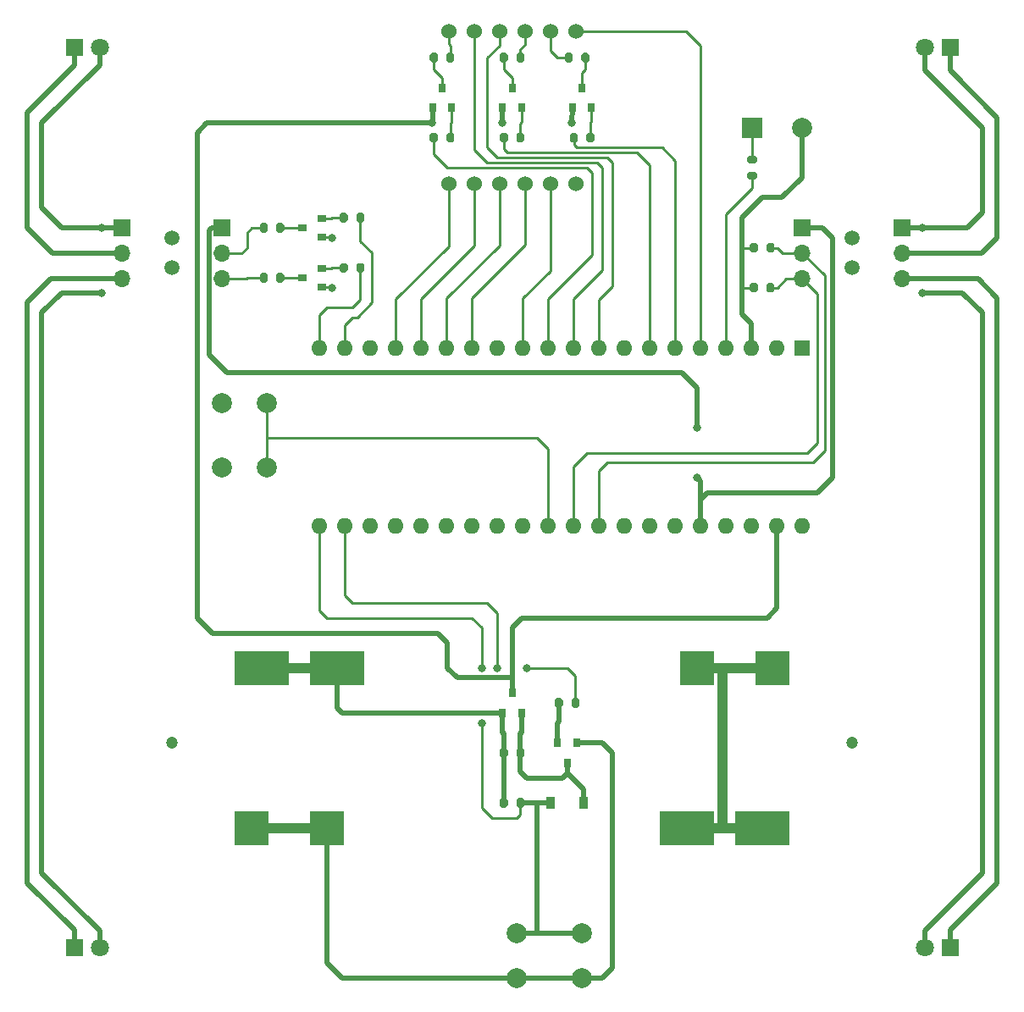
<source format=gbl>
%TF.GenerationSoftware,KiCad,Pcbnew,(5.1.10)-1*%
%TF.CreationDate,2022-10-01T11:38:57+09:00*%
%TF.ProjectId,speedometer,73706565-646f-46d6-9574-65722e6b6963,rev?*%
%TF.SameCoordinates,Original*%
%TF.FileFunction,Copper,L2,Bot*%
%TF.FilePolarity,Positive*%
%FSLAX46Y46*%
G04 Gerber Fmt 4.6, Leading zero omitted, Abs format (unit mm)*
G04 Created by KiCad (PCBNEW (5.1.10)-1) date 2022-10-01 11:38:57*
%MOMM*%
%LPD*%
G01*
G04 APERTURE LIST*
%TA.AperFunction,ComponentPad*%
%ADD10C,1.524000*%
%TD*%
%TA.AperFunction,SMDPad,CuDef*%
%ADD11R,0.800000X0.900000*%
%TD*%
%TA.AperFunction,SMDPad,CuDef*%
%ADD12R,0.900000X1.200000*%
%TD*%
%TA.AperFunction,ComponentPad*%
%ADD13R,3.500000X3.500000*%
%TD*%
%TA.AperFunction,ComponentPad*%
%ADD14R,5.500000X3.500000*%
%TD*%
%TA.AperFunction,ComponentPad*%
%ADD15R,2.000000X2.000000*%
%TD*%
%TA.AperFunction,ComponentPad*%
%ADD16C,2.000000*%
%TD*%
%TA.AperFunction,ComponentPad*%
%ADD17C,1.800000*%
%TD*%
%TA.AperFunction,ComponentPad*%
%ADD18R,1.800000X1.800000*%
%TD*%
%TA.AperFunction,ComponentPad*%
%ADD19R,1.700000X1.700000*%
%TD*%
%TA.AperFunction,ComponentPad*%
%ADD20O,1.700000X1.700000*%
%TD*%
%TA.AperFunction,SMDPad,CuDef*%
%ADD21R,0.900000X0.800000*%
%TD*%
%TA.AperFunction,ComponentPad*%
%ADD22O,1.600000X1.600000*%
%TD*%
%TA.AperFunction,ComponentPad*%
%ADD23R,1.600000X1.600000*%
%TD*%
%TA.AperFunction,ViaPad*%
%ADD24C,1.500000*%
%TD*%
%TA.AperFunction,ViaPad*%
%ADD25C,1.200000*%
%TD*%
%TA.AperFunction,ViaPad*%
%ADD26C,0.800000*%
%TD*%
%TA.AperFunction,Conductor*%
%ADD27C,1.000000*%
%TD*%
%TA.AperFunction,Conductor*%
%ADD28C,0.500000*%
%TD*%
%TA.AperFunction,Conductor*%
%ADD29C,0.250000*%
%TD*%
G04 APERTURE END LIST*
D10*
%TO.P,U2,1*%
%TO.N,/DISP_e*%
X43650000Y-18620000D03*
%TO.P,U2,2*%
%TO.N,/DISP_d*%
X46190000Y-18620000D03*
%TO.P,U2,3*%
%TO.N,/DISP_dp*%
X48730000Y-18620000D03*
%TO.P,U2,4*%
%TO.N,/DISP_c*%
X51270000Y-18620000D03*
%TO.P,U2,5*%
%TO.N,/DISP_g*%
X53810000Y-18620000D03*
%TO.P,U2,6*%
%TO.N,N/C*%
X56350000Y-18620000D03*
%TO.P,U2,7*%
%TO.N,/DISP_b*%
X56350000Y-3380000D03*
%TO.P,U2,8*%
%TO.N,Net-(R16-Pad2)*%
X53810000Y-3380000D03*
%TO.P,U2,9*%
%TO.N,Net-(R15-Pad2)*%
X51270000Y-3380000D03*
%TO.P,U2,10*%
%TO.N,/DISP_f*%
X48730000Y-3380000D03*
%TO.P,U2,11*%
%TO.N,/DISP_a*%
X46190000Y-3380000D03*
%TO.P,U2,12*%
%TO.N,Net-(R14-Pad2)*%
X43650000Y-3380000D03*
%TD*%
%TO.P,R13,2*%
%TO.N,GND*%
%TA.AperFunction,SMDPad,CuDef*%
G36*
G01*
X74575000Y-24725000D02*
X74575000Y-25275000D01*
G75*
G02*
X74375000Y-25475000I-200000J0D01*
G01*
X73975000Y-25475000D01*
G75*
G02*
X73775000Y-25275000I0J200000D01*
G01*
X73775000Y-24725000D01*
G75*
G02*
X73975000Y-24525000I200000J0D01*
G01*
X74375000Y-24525000D01*
G75*
G02*
X74575000Y-24725000I0J-200000D01*
G01*
G37*
%TD.AperFunction*%
%TO.P,R13,1*%
%TO.N,/PT0*%
%TA.AperFunction,SMDPad,CuDef*%
G36*
G01*
X76225000Y-24725000D02*
X76225000Y-25275000D01*
G75*
G02*
X76025000Y-25475000I-200000J0D01*
G01*
X75625000Y-25475000D01*
G75*
G02*
X75425000Y-25275000I0J200000D01*
G01*
X75425000Y-24725000D01*
G75*
G02*
X75625000Y-24525000I200000J0D01*
G01*
X76025000Y-24525000D01*
G75*
G02*
X76225000Y-24725000I0J-200000D01*
G01*
G37*
%TD.AperFunction*%
%TD*%
D11*
%TO.P,Q1,3*%
%TO.N,+BATT*%
X50000000Y-69500000D03*
%TO.P,Q1,2*%
%TO.N,Net-(BT1-Pad1)*%
X49050000Y-71500000D03*
%TO.P,Q1,1*%
%TO.N,Net-(D1-Pad2)*%
X50950000Y-71500000D03*
%TD*%
%TO.P,R2,1*%
%TO.N,Net-(BT1-Pad1)*%
%TA.AperFunction,SMDPad,CuDef*%
G36*
G01*
X48775000Y-75775000D02*
X48775000Y-75225000D01*
G75*
G02*
X48975000Y-75025000I200000J0D01*
G01*
X49375000Y-75025000D01*
G75*
G02*
X49575000Y-75225000I0J-200000D01*
G01*
X49575000Y-75775000D01*
G75*
G02*
X49375000Y-75975000I-200000J0D01*
G01*
X48975000Y-75975000D01*
G75*
G02*
X48775000Y-75775000I0J200000D01*
G01*
G37*
%TD.AperFunction*%
%TO.P,R2,2*%
%TO.N,Net-(D1-Pad2)*%
%TA.AperFunction,SMDPad,CuDef*%
G36*
G01*
X50425000Y-75775000D02*
X50425000Y-75225000D01*
G75*
G02*
X50625000Y-75025000I200000J0D01*
G01*
X51025000Y-75025000D01*
G75*
G02*
X51225000Y-75225000I0J-200000D01*
G01*
X51225000Y-75775000D01*
G75*
G02*
X51025000Y-75975000I-200000J0D01*
G01*
X50625000Y-75975000D01*
G75*
G02*
X50425000Y-75775000I0J200000D01*
G01*
G37*
%TD.AperFunction*%
%TD*%
%TO.P,R4,2*%
%TO.N,Net-(Q2-Pad1)*%
%TA.AperFunction,SMDPad,CuDef*%
G36*
G01*
X55075000Y-70225000D02*
X55075000Y-70775000D01*
G75*
G02*
X54875000Y-70975000I-200000J0D01*
G01*
X54475000Y-70975000D01*
G75*
G02*
X54275000Y-70775000I0J200000D01*
G01*
X54275000Y-70225000D01*
G75*
G02*
X54475000Y-70025000I200000J0D01*
G01*
X54875000Y-70025000D01*
G75*
G02*
X55075000Y-70225000I0J-200000D01*
G01*
G37*
%TD.AperFunction*%
%TO.P,R4,1*%
%TO.N,PON_SIG*%
%TA.AperFunction,SMDPad,CuDef*%
G36*
G01*
X56725000Y-70225000D02*
X56725000Y-70775000D01*
G75*
G02*
X56525000Y-70975000I-200000J0D01*
G01*
X56125000Y-70975000D01*
G75*
G02*
X55925000Y-70775000I0J200000D01*
G01*
X55925000Y-70225000D01*
G75*
G02*
X56125000Y-70025000I200000J0D01*
G01*
X56525000Y-70025000D01*
G75*
G02*
X56725000Y-70225000I0J-200000D01*
G01*
G37*
%TD.AperFunction*%
%TD*%
%TO.P,Q2,1*%
%TO.N,Net-(Q2-Pad1)*%
X54550000Y-74500000D03*
%TO.P,Q2,2*%
%TO.N,GND*%
X56450000Y-74500000D03*
%TO.P,Q2,3*%
%TO.N,Net-(D1-Pad2)*%
X55500000Y-76500000D03*
%TD*%
%TO.P,R1,1*%
%TO.N,Net-(BT1-Pad1)*%
%TA.AperFunction,SMDPad,CuDef*%
G36*
G01*
X48775000Y-80775000D02*
X48775000Y-80225000D01*
G75*
G02*
X48975000Y-80025000I200000J0D01*
G01*
X49375000Y-80025000D01*
G75*
G02*
X49575000Y-80225000I0J-200000D01*
G01*
X49575000Y-80775000D01*
G75*
G02*
X49375000Y-80975000I-200000J0D01*
G01*
X48975000Y-80975000D01*
G75*
G02*
X48775000Y-80775000I0J200000D01*
G01*
G37*
%TD.AperFunction*%
%TO.P,R1,2*%
%TO.N,PON_SW*%
%TA.AperFunction,SMDPad,CuDef*%
G36*
G01*
X50425000Y-80775000D02*
X50425000Y-80225000D01*
G75*
G02*
X50625000Y-80025000I200000J0D01*
G01*
X51025000Y-80025000D01*
G75*
G02*
X51225000Y-80225000I0J-200000D01*
G01*
X51225000Y-80775000D01*
G75*
G02*
X51025000Y-80975000I-200000J0D01*
G01*
X50625000Y-80975000D01*
G75*
G02*
X50425000Y-80775000I0J200000D01*
G01*
G37*
%TD.AperFunction*%
%TD*%
D12*
%TO.P,D1,1*%
%TO.N,PON_SW*%
X53850000Y-80500000D03*
%TO.P,D1,2*%
%TO.N,Net-(D1-Pad2)*%
X57150000Y-80500000D03*
%TD*%
D13*
%TO.P,BT1,2*%
%TO.N,Net-(BT1-Pad2)*%
X68500000Y-67000000D03*
D14*
%TO.P,BT1,1*%
%TO.N,Net-(BT1-Pad1)*%
X25000000Y-67000000D03*
D13*
%TO.P,BT1,2*%
%TO.N,Net-(BT1-Pad2)*%
X76000000Y-67000000D03*
D14*
%TO.P,BT1,1*%
%TO.N,Net-(BT1-Pad1)*%
X32500000Y-67000000D03*
%TD*%
%TO.P,BT2,1*%
%TO.N,Net-(BT1-Pad2)*%
X67500000Y-83000000D03*
D13*
%TO.P,BT2,2*%
%TO.N,GND*%
X24000000Y-83000000D03*
D14*
%TO.P,BT2,1*%
%TO.N,Net-(BT1-Pad2)*%
X75000000Y-83000000D03*
D13*
%TO.P,BT2,2*%
%TO.N,GND*%
X31500000Y-83000000D03*
%TD*%
D15*
%TO.P,BZ1,1*%
%TO.N,Net-(BZ1-Pad1)*%
X74000000Y-13000000D03*
D16*
%TO.P,BZ1,2*%
%TO.N,GND*%
X79000000Y-13000000D03*
%TD*%
D17*
%TO.P,D2,2*%
%TO.N,+3V3*%
X8770000Y-5000000D03*
D18*
%TO.P,D2,1*%
%TO.N,Net-(D2-Pad1)*%
X6230000Y-5000000D03*
%TD*%
%TO.P,D3,1*%
%TO.N,Net-(D3-Pad1)*%
X6230000Y-95000000D03*
D17*
%TO.P,D3,2*%
%TO.N,+3V3*%
X8770000Y-95000000D03*
%TD*%
D19*
%TO.P,J1,1*%
%TO.N,+3V3*%
X21000000Y-23000000D03*
D20*
%TO.P,J1,2*%
%TO.N,Net-(D2-Pad1)*%
X21000000Y-25540000D03*
%TO.P,J1,3*%
%TO.N,Net-(D3-Pad1)*%
X21000000Y-28080000D03*
%TD*%
%TO.P,J2,3*%
%TO.N,Net-(D3-Pad1)*%
X11000000Y-28080000D03*
%TO.P,J2,2*%
%TO.N,Net-(D2-Pad1)*%
X11000000Y-25540000D03*
D19*
%TO.P,J2,1*%
%TO.N,+3V3*%
X11000000Y-23000000D03*
%TD*%
D20*
%TO.P,J3,3*%
%TO.N,/PT1*%
X79000000Y-28080000D03*
%TO.P,J3,2*%
%TO.N,/PT0*%
X79000000Y-25540000D03*
D19*
%TO.P,J3,1*%
%TO.N,+3V3*%
X79000000Y-23000000D03*
%TD*%
%TO.P,J4,1*%
%TO.N,+3V3*%
X89000000Y-23000000D03*
D20*
%TO.P,J4,2*%
%TO.N,/PT0*%
X89000000Y-25540000D03*
%TO.P,J4,3*%
%TO.N,/PT1*%
X89000000Y-28080000D03*
%TD*%
D21*
%TO.P,Q3,3*%
%TO.N,Net-(Q3-Pad3)*%
X29000000Y-23000000D03*
%TO.P,Q3,2*%
%TO.N,GND*%
X31000000Y-23950000D03*
%TO.P,Q3,1*%
%TO.N,Net-(Q3-Pad1)*%
X31000000Y-22050000D03*
%TD*%
%TO.P,Q4,1*%
%TO.N,Net-(Q4-Pad1)*%
X31000000Y-27050000D03*
%TO.P,Q4,2*%
%TO.N,GND*%
X31000000Y-28950000D03*
%TO.P,Q4,3*%
%TO.N,Net-(Q4-Pad3)*%
X29000000Y-28000000D03*
%TD*%
D17*
%TO.P,Q5,2*%
%TO.N,+3V3*%
X91230000Y-95000000D03*
D18*
%TO.P,Q5,1*%
%TO.N,/PT1*%
X93770000Y-95000000D03*
%TD*%
D11*
%TO.P,Q6,3*%
%TO.N,Net-(Q6-Pad3)*%
X43000000Y-9000000D03*
%TO.P,Q6,2*%
%TO.N,+BATT*%
X42050000Y-11000000D03*
%TO.P,Q6,1*%
%TO.N,Net-(Q6-Pad1)*%
X43950000Y-11000000D03*
%TD*%
%TO.P,Q7,1*%
%TO.N,Net-(Q7-Pad1)*%
X50950000Y-11000000D03*
%TO.P,Q7,2*%
%TO.N,+BATT*%
X49050000Y-11000000D03*
%TO.P,Q7,3*%
%TO.N,Net-(Q7-Pad3)*%
X50000000Y-9000000D03*
%TD*%
D18*
%TO.P,Q8,1*%
%TO.N,/PT0*%
X93770000Y-5000000D03*
D17*
%TO.P,Q8,2*%
%TO.N,+3V3*%
X91230000Y-5000000D03*
%TD*%
D11*
%TO.P,Q9,1*%
%TO.N,Net-(Q9-Pad1)*%
X57950000Y-11000000D03*
%TO.P,Q9,2*%
%TO.N,+BATT*%
X56050000Y-11000000D03*
%TO.P,Q9,3*%
%TO.N,Net-(Q9-Pad3)*%
X57000000Y-9000000D03*
%TD*%
%TO.P,R3,1*%
%TO.N,Net-(BZ1-Pad1)*%
%TA.AperFunction,SMDPad,CuDef*%
G36*
G01*
X73725000Y-15775000D02*
X74275000Y-15775000D01*
G75*
G02*
X74475000Y-15975000I0J-200000D01*
G01*
X74475000Y-16375000D01*
G75*
G02*
X74275000Y-16575000I-200000J0D01*
G01*
X73725000Y-16575000D01*
G75*
G02*
X73525000Y-16375000I0J200000D01*
G01*
X73525000Y-15975000D01*
G75*
G02*
X73725000Y-15775000I200000J0D01*
G01*
G37*
%TD.AperFunction*%
%TO.P,R3,2*%
%TO.N,Net-(R3-Pad2)*%
%TA.AperFunction,SMDPad,CuDef*%
G36*
G01*
X73725000Y-17425000D02*
X74275000Y-17425000D01*
G75*
G02*
X74475000Y-17625000I0J-200000D01*
G01*
X74475000Y-18025000D01*
G75*
G02*
X74275000Y-18225000I-200000J0D01*
G01*
X73725000Y-18225000D01*
G75*
G02*
X73525000Y-18025000I0J200000D01*
G01*
X73525000Y-17625000D01*
G75*
G02*
X73725000Y-17425000I200000J0D01*
G01*
G37*
%TD.AperFunction*%
%TD*%
%TO.P,R5,1*%
%TO.N,Net-(Q3-Pad1)*%
%TA.AperFunction,SMDPad,CuDef*%
G36*
G01*
X32775000Y-22275000D02*
X32775000Y-21725000D01*
G75*
G02*
X32975000Y-21525000I200000J0D01*
G01*
X33375000Y-21525000D01*
G75*
G02*
X33575000Y-21725000I0J-200000D01*
G01*
X33575000Y-22275000D01*
G75*
G02*
X33375000Y-22475000I-200000J0D01*
G01*
X32975000Y-22475000D01*
G75*
G02*
X32775000Y-22275000I0J200000D01*
G01*
G37*
%TD.AperFunction*%
%TO.P,R5,2*%
%TO.N,/LED0*%
%TA.AperFunction,SMDPad,CuDef*%
G36*
G01*
X34425000Y-22275000D02*
X34425000Y-21725000D01*
G75*
G02*
X34625000Y-21525000I200000J0D01*
G01*
X35025000Y-21525000D01*
G75*
G02*
X35225000Y-21725000I0J-200000D01*
G01*
X35225000Y-22275000D01*
G75*
G02*
X35025000Y-22475000I-200000J0D01*
G01*
X34625000Y-22475000D01*
G75*
G02*
X34425000Y-22275000I0J200000D01*
G01*
G37*
%TD.AperFunction*%
%TD*%
%TO.P,R6,2*%
%TO.N,/LED1*%
%TA.AperFunction,SMDPad,CuDef*%
G36*
G01*
X34425000Y-27275000D02*
X34425000Y-26725000D01*
G75*
G02*
X34625000Y-26525000I200000J0D01*
G01*
X35025000Y-26525000D01*
G75*
G02*
X35225000Y-26725000I0J-200000D01*
G01*
X35225000Y-27275000D01*
G75*
G02*
X35025000Y-27475000I-200000J0D01*
G01*
X34625000Y-27475000D01*
G75*
G02*
X34425000Y-27275000I0J200000D01*
G01*
G37*
%TD.AperFunction*%
%TO.P,R6,1*%
%TO.N,Net-(Q4-Pad1)*%
%TA.AperFunction,SMDPad,CuDef*%
G36*
G01*
X32775000Y-27275000D02*
X32775000Y-26725000D01*
G75*
G02*
X32975000Y-26525000I200000J0D01*
G01*
X33375000Y-26525000D01*
G75*
G02*
X33575000Y-26725000I0J-200000D01*
G01*
X33575000Y-27275000D01*
G75*
G02*
X33375000Y-27475000I-200000J0D01*
G01*
X32975000Y-27475000D01*
G75*
G02*
X32775000Y-27275000I0J200000D01*
G01*
G37*
%TD.AperFunction*%
%TD*%
%TO.P,R7,1*%
%TO.N,Net-(D2-Pad1)*%
%TA.AperFunction,SMDPad,CuDef*%
G36*
G01*
X24775000Y-23275000D02*
X24775000Y-22725000D01*
G75*
G02*
X24975000Y-22525000I200000J0D01*
G01*
X25375000Y-22525000D01*
G75*
G02*
X25575000Y-22725000I0J-200000D01*
G01*
X25575000Y-23275000D01*
G75*
G02*
X25375000Y-23475000I-200000J0D01*
G01*
X24975000Y-23475000D01*
G75*
G02*
X24775000Y-23275000I0J200000D01*
G01*
G37*
%TD.AperFunction*%
%TO.P,R7,2*%
%TO.N,Net-(Q3-Pad3)*%
%TA.AperFunction,SMDPad,CuDef*%
G36*
G01*
X26425000Y-23275000D02*
X26425000Y-22725000D01*
G75*
G02*
X26625000Y-22525000I200000J0D01*
G01*
X27025000Y-22525000D01*
G75*
G02*
X27225000Y-22725000I0J-200000D01*
G01*
X27225000Y-23275000D01*
G75*
G02*
X27025000Y-23475000I-200000J0D01*
G01*
X26625000Y-23475000D01*
G75*
G02*
X26425000Y-23275000I0J200000D01*
G01*
G37*
%TD.AperFunction*%
%TD*%
%TO.P,R8,2*%
%TO.N,Net-(Q4-Pad3)*%
%TA.AperFunction,SMDPad,CuDef*%
G36*
G01*
X26425000Y-28275000D02*
X26425000Y-27725000D01*
G75*
G02*
X26625000Y-27525000I200000J0D01*
G01*
X27025000Y-27525000D01*
G75*
G02*
X27225000Y-27725000I0J-200000D01*
G01*
X27225000Y-28275000D01*
G75*
G02*
X27025000Y-28475000I-200000J0D01*
G01*
X26625000Y-28475000D01*
G75*
G02*
X26425000Y-28275000I0J200000D01*
G01*
G37*
%TD.AperFunction*%
%TO.P,R8,1*%
%TO.N,Net-(D3-Pad1)*%
%TA.AperFunction,SMDPad,CuDef*%
G36*
G01*
X24775000Y-28275000D02*
X24775000Y-27725000D01*
G75*
G02*
X24975000Y-27525000I200000J0D01*
G01*
X25375000Y-27525000D01*
G75*
G02*
X25575000Y-27725000I0J-200000D01*
G01*
X25575000Y-28275000D01*
G75*
G02*
X25375000Y-28475000I-200000J0D01*
G01*
X24975000Y-28475000D01*
G75*
G02*
X24775000Y-28275000I0J200000D01*
G01*
G37*
%TD.AperFunction*%
%TD*%
%TO.P,R9,2*%
%TO.N,/DISP_ca1*%
%TA.AperFunction,SMDPad,CuDef*%
G36*
G01*
X56575000Y-13725000D02*
X56575000Y-14275000D01*
G75*
G02*
X56375000Y-14475000I-200000J0D01*
G01*
X55975000Y-14475000D01*
G75*
G02*
X55775000Y-14275000I0J200000D01*
G01*
X55775000Y-13725000D01*
G75*
G02*
X55975000Y-13525000I200000J0D01*
G01*
X56375000Y-13525000D01*
G75*
G02*
X56575000Y-13725000I0J-200000D01*
G01*
G37*
%TD.AperFunction*%
%TO.P,R9,1*%
%TO.N,Net-(Q9-Pad1)*%
%TA.AperFunction,SMDPad,CuDef*%
G36*
G01*
X58225000Y-13725000D02*
X58225000Y-14275000D01*
G75*
G02*
X58025000Y-14475000I-200000J0D01*
G01*
X57625000Y-14475000D01*
G75*
G02*
X57425000Y-14275000I0J200000D01*
G01*
X57425000Y-13725000D01*
G75*
G02*
X57625000Y-13525000I200000J0D01*
G01*
X58025000Y-13525000D01*
G75*
G02*
X58225000Y-13725000I0J-200000D01*
G01*
G37*
%TD.AperFunction*%
%TD*%
%TO.P,R10,1*%
%TO.N,Net-(Q7-Pad1)*%
%TA.AperFunction,SMDPad,CuDef*%
G36*
G01*
X51225000Y-13725000D02*
X51225000Y-14275000D01*
G75*
G02*
X51025000Y-14475000I-200000J0D01*
G01*
X50625000Y-14475000D01*
G75*
G02*
X50425000Y-14275000I0J200000D01*
G01*
X50425000Y-13725000D01*
G75*
G02*
X50625000Y-13525000I200000J0D01*
G01*
X51025000Y-13525000D01*
G75*
G02*
X51225000Y-13725000I0J-200000D01*
G01*
G37*
%TD.AperFunction*%
%TO.P,R10,2*%
%TO.N,/DISP_ca2*%
%TA.AperFunction,SMDPad,CuDef*%
G36*
G01*
X49575000Y-13725000D02*
X49575000Y-14275000D01*
G75*
G02*
X49375000Y-14475000I-200000J0D01*
G01*
X48975000Y-14475000D01*
G75*
G02*
X48775000Y-14275000I0J200000D01*
G01*
X48775000Y-13725000D01*
G75*
G02*
X48975000Y-13525000I200000J0D01*
G01*
X49375000Y-13525000D01*
G75*
G02*
X49575000Y-13725000I0J-200000D01*
G01*
G37*
%TD.AperFunction*%
%TD*%
%TO.P,R11,2*%
%TO.N,/DISP_ca3*%
%TA.AperFunction,SMDPad,CuDef*%
G36*
G01*
X42575000Y-13725000D02*
X42575000Y-14275000D01*
G75*
G02*
X42375000Y-14475000I-200000J0D01*
G01*
X41975000Y-14475000D01*
G75*
G02*
X41775000Y-14275000I0J200000D01*
G01*
X41775000Y-13725000D01*
G75*
G02*
X41975000Y-13525000I200000J0D01*
G01*
X42375000Y-13525000D01*
G75*
G02*
X42575000Y-13725000I0J-200000D01*
G01*
G37*
%TD.AperFunction*%
%TO.P,R11,1*%
%TO.N,Net-(Q6-Pad1)*%
%TA.AperFunction,SMDPad,CuDef*%
G36*
G01*
X44225000Y-13725000D02*
X44225000Y-14275000D01*
G75*
G02*
X44025000Y-14475000I-200000J0D01*
G01*
X43625000Y-14475000D01*
G75*
G02*
X43425000Y-14275000I0J200000D01*
G01*
X43425000Y-13725000D01*
G75*
G02*
X43625000Y-13525000I200000J0D01*
G01*
X44025000Y-13525000D01*
G75*
G02*
X44225000Y-13725000I0J-200000D01*
G01*
G37*
%TD.AperFunction*%
%TD*%
%TO.P,R12,1*%
%TO.N,/PT1*%
%TA.AperFunction,SMDPad,CuDef*%
G36*
G01*
X76225000Y-28725000D02*
X76225000Y-29275000D01*
G75*
G02*
X76025000Y-29475000I-200000J0D01*
G01*
X75625000Y-29475000D01*
G75*
G02*
X75425000Y-29275000I0J200000D01*
G01*
X75425000Y-28725000D01*
G75*
G02*
X75625000Y-28525000I200000J0D01*
G01*
X76025000Y-28525000D01*
G75*
G02*
X76225000Y-28725000I0J-200000D01*
G01*
G37*
%TD.AperFunction*%
%TO.P,R12,2*%
%TO.N,GND*%
%TA.AperFunction,SMDPad,CuDef*%
G36*
G01*
X74575000Y-28725000D02*
X74575000Y-29275000D01*
G75*
G02*
X74375000Y-29475000I-200000J0D01*
G01*
X73975000Y-29475000D01*
G75*
G02*
X73775000Y-29275000I0J200000D01*
G01*
X73775000Y-28725000D01*
G75*
G02*
X73975000Y-28525000I200000J0D01*
G01*
X74375000Y-28525000D01*
G75*
G02*
X74575000Y-28725000I0J-200000D01*
G01*
G37*
%TD.AperFunction*%
%TD*%
D16*
%TO.P,SW1,1*%
%TO.N,GND*%
X50500000Y-98000000D03*
%TO.P,SW1,2*%
%TO.N,PON_SW*%
X50500000Y-93500000D03*
%TO.P,SW1,1*%
%TO.N,GND*%
X57000000Y-98000000D03*
%TO.P,SW1,2*%
%TO.N,PON_SW*%
X57000000Y-93500000D03*
%TD*%
%TO.P,SW2,2*%
%TO.N,GND*%
X21000000Y-40500000D03*
%TO.P,SW2,1*%
%TO.N,Net-(SW2-Pad1)*%
X25500000Y-40500000D03*
%TO.P,SW2,2*%
%TO.N,GND*%
X21000000Y-47000000D03*
%TO.P,SW2,1*%
%TO.N,Net-(SW2-Pad1)*%
X25500000Y-47000000D03*
%TD*%
D22*
%TO.P,U1,40*%
%TO.N,Net-(U1-Pad40)*%
X79000000Y-52780000D03*
%TO.P,U1,20*%
%TO.N,/LED1*%
X30740000Y-35000000D03*
%TO.P,U1,39*%
%TO.N,+BATT*%
X76460000Y-52780000D03*
%TO.P,U1,19*%
%TO.N,/LED0*%
X33280000Y-35000000D03*
%TO.P,U1,38*%
%TO.N,GND*%
X73920000Y-52780000D03*
%TO.P,U1,18*%
X35820000Y-35000000D03*
%TO.P,U1,37*%
%TO.N,Net-(U1-Pad37)*%
X71380000Y-52780000D03*
%TO.P,U1,17*%
%TO.N,/DISP_e*%
X38360000Y-35000000D03*
%TO.P,U1,36*%
%TO.N,+3V3*%
X68840000Y-52780000D03*
%TO.P,U1,16*%
%TO.N,/DISP_d*%
X40900000Y-35000000D03*
%TO.P,U1,35*%
%TO.N,Net-(U1-Pad35)*%
X66300000Y-52780000D03*
%TO.P,U1,15*%
%TO.N,/DISP_dp*%
X43440000Y-35000000D03*
%TO.P,U1,34*%
%TO.N,Net-(U1-Pad34)*%
X63760000Y-52780000D03*
%TO.P,U1,14*%
%TO.N,/DISP_c*%
X45980000Y-35000000D03*
%TO.P,U1,33*%
%TO.N,GND*%
X61220000Y-52780000D03*
%TO.P,U1,13*%
X48520000Y-35000000D03*
%TO.P,U1,32*%
%TO.N,/PT0*%
X58680000Y-52780000D03*
%TO.P,U1,12*%
%TO.N,/DISP_g*%
X51060000Y-35000000D03*
%TO.P,U1,31*%
%TO.N,/PT1*%
X56140000Y-52780000D03*
%TO.P,U1,11*%
%TO.N,/DISP_ca3*%
X53600000Y-35000000D03*
%TO.P,U1,30*%
%TO.N,Net-(SW2-Pad1)*%
X53600000Y-52780000D03*
%TO.P,U1,10*%
%TO.N,/DISP_a*%
X56140000Y-35000000D03*
%TO.P,U1,29*%
%TO.N,Net-(U1-Pad29)*%
X51060000Y-52780000D03*
%TO.P,U1,9*%
%TO.N,/DISP_f*%
X58680000Y-35000000D03*
%TO.P,U1,28*%
%TO.N,GND*%
X48520000Y-52780000D03*
%TO.P,U1,8*%
X61220000Y-35000000D03*
%TO.P,U1,27*%
%TO.N,Net-(U1-Pad27)*%
X45980000Y-52780000D03*
%TO.P,U1,7*%
%TO.N,/DISP_ca2*%
X63760000Y-35000000D03*
%TO.P,U1,26*%
%TO.N,Net-(U1-Pad26)*%
X43440000Y-52780000D03*
%TO.P,U1,6*%
%TO.N,/DISP_ca1*%
X66300000Y-35000000D03*
%TO.P,U1,25*%
%TO.N,Net-(U1-Pad25)*%
X40900000Y-52780000D03*
%TO.P,U1,5*%
%TO.N,/DISP_b*%
X68840000Y-35000000D03*
%TO.P,U1,24*%
%TO.N,Net-(U1-Pad24)*%
X38360000Y-52780000D03*
%TO.P,U1,4*%
%TO.N,Net-(R3-Pad2)*%
X71380000Y-35000000D03*
%TO.P,U1,23*%
%TO.N,GND*%
X35820000Y-52780000D03*
%TO.P,U1,3*%
X73920000Y-35000000D03*
%TO.P,U1,22*%
%TO.N,PON_SIG*%
X33280000Y-52780000D03*
%TO.P,U1,2*%
%TO.N,Net-(U1-Pad2)*%
X76460000Y-35000000D03*
%TO.P,U1,21*%
%TO.N,PON_SW*%
X30740000Y-52780000D03*
D23*
%TO.P,U1,1*%
%TO.N,Net-(U1-Pad1)*%
X79000000Y-35000000D03*
%TD*%
%TO.P,R14,1*%
%TO.N,Net-(Q6-Pad3)*%
%TA.AperFunction,SMDPad,CuDef*%
G36*
G01*
X41775000Y-6275000D02*
X41775000Y-5725000D01*
G75*
G02*
X41975000Y-5525000I200000J0D01*
G01*
X42375000Y-5525000D01*
G75*
G02*
X42575000Y-5725000I0J-200000D01*
G01*
X42575000Y-6275000D01*
G75*
G02*
X42375000Y-6475000I-200000J0D01*
G01*
X41975000Y-6475000D01*
G75*
G02*
X41775000Y-6275000I0J200000D01*
G01*
G37*
%TD.AperFunction*%
%TO.P,R14,2*%
%TO.N,Net-(R14-Pad2)*%
%TA.AperFunction,SMDPad,CuDef*%
G36*
G01*
X43425000Y-6275000D02*
X43425000Y-5725000D01*
G75*
G02*
X43625000Y-5525000I200000J0D01*
G01*
X44025000Y-5525000D01*
G75*
G02*
X44225000Y-5725000I0J-200000D01*
G01*
X44225000Y-6275000D01*
G75*
G02*
X44025000Y-6475000I-200000J0D01*
G01*
X43625000Y-6475000D01*
G75*
G02*
X43425000Y-6275000I0J200000D01*
G01*
G37*
%TD.AperFunction*%
%TD*%
%TO.P,R15,2*%
%TO.N,Net-(R15-Pad2)*%
%TA.AperFunction,SMDPad,CuDef*%
G36*
G01*
X50425000Y-6275000D02*
X50425000Y-5725000D01*
G75*
G02*
X50625000Y-5525000I200000J0D01*
G01*
X51025000Y-5525000D01*
G75*
G02*
X51225000Y-5725000I0J-200000D01*
G01*
X51225000Y-6275000D01*
G75*
G02*
X51025000Y-6475000I-200000J0D01*
G01*
X50625000Y-6475000D01*
G75*
G02*
X50425000Y-6275000I0J200000D01*
G01*
G37*
%TD.AperFunction*%
%TO.P,R15,1*%
%TO.N,Net-(Q7-Pad3)*%
%TA.AperFunction,SMDPad,CuDef*%
G36*
G01*
X48775000Y-6275000D02*
X48775000Y-5725000D01*
G75*
G02*
X48975000Y-5525000I200000J0D01*
G01*
X49375000Y-5525000D01*
G75*
G02*
X49575000Y-5725000I0J-200000D01*
G01*
X49575000Y-6275000D01*
G75*
G02*
X49375000Y-6475000I-200000J0D01*
G01*
X48975000Y-6475000D01*
G75*
G02*
X48775000Y-6275000I0J200000D01*
G01*
G37*
%TD.AperFunction*%
%TD*%
%TO.P,R16,1*%
%TO.N,Net-(Q9-Pad3)*%
%TA.AperFunction,SMDPad,CuDef*%
G36*
G01*
X57725000Y-5725000D02*
X57725000Y-6275000D01*
G75*
G02*
X57525000Y-6475000I-200000J0D01*
G01*
X57125000Y-6475000D01*
G75*
G02*
X56925000Y-6275000I0J200000D01*
G01*
X56925000Y-5725000D01*
G75*
G02*
X57125000Y-5525000I200000J0D01*
G01*
X57525000Y-5525000D01*
G75*
G02*
X57725000Y-5725000I0J-200000D01*
G01*
G37*
%TD.AperFunction*%
%TO.P,R16,2*%
%TO.N,Net-(R16-Pad2)*%
%TA.AperFunction,SMDPad,CuDef*%
G36*
G01*
X56075000Y-5725000D02*
X56075000Y-6275000D01*
G75*
G02*
X55875000Y-6475000I-200000J0D01*
G01*
X55475000Y-6475000D01*
G75*
G02*
X55275000Y-6275000I0J200000D01*
G01*
X55275000Y-5725000D01*
G75*
G02*
X55475000Y-5525000I200000J0D01*
G01*
X55875000Y-5525000D01*
G75*
G02*
X56075000Y-5725000I0J-200000D01*
G01*
G37*
%TD.AperFunction*%
%TD*%
D24*
%TO.N,*%
X16000000Y-24000000D03*
X16000000Y-27000000D03*
D25*
X16000000Y-74500000D03*
D24*
X84000000Y-27000000D03*
X84000000Y-24000000D03*
D25*
X84000000Y-74500000D03*
D26*
%TO.N,GND*%
X32000000Y-24000000D03*
X32000000Y-29000000D03*
%TO.N,PON_SW*%
X47000000Y-72500000D03*
X47000000Y-67000000D03*
%TO.N,+3V3*%
X68500000Y-43000010D03*
X68500000Y-48000000D03*
X91000000Y-23000000D03*
X91000000Y-29500006D03*
X9000000Y-23000000D03*
X9000098Y-29499902D03*
%TO.N,+BATT*%
X56000000Y-12500000D03*
X49000000Y-12500000D03*
X42000000Y-12500000D03*
%TO.N,PON_SIG*%
X51500000Y-67000000D03*
X48500000Y-67000000D03*
%TD*%
D27*
%TO.N,Net-(BT1-Pad2)*%
X75500000Y-83000000D02*
X75000000Y-83000000D01*
X75500000Y-67000000D02*
X76500000Y-67000000D01*
X76000000Y-67000000D02*
X72000000Y-67000000D01*
X67500000Y-83000000D02*
X71000000Y-83000000D01*
X75000000Y-83000000D02*
X71000000Y-83000000D01*
X71000000Y-67000000D02*
X71000000Y-83000000D01*
X68500000Y-67000000D02*
X71000000Y-67000000D01*
X71000000Y-67000000D02*
X72000000Y-67000000D01*
D28*
%TO.N,Net-(BT1-Pad1)*%
X49175000Y-80500000D02*
X49175000Y-78175000D01*
X49175000Y-75500000D02*
X49175000Y-78175000D01*
X49050000Y-71500000D02*
X49050000Y-73450000D01*
X49175000Y-73575000D02*
X49050000Y-73450000D01*
X49175000Y-75500000D02*
X49175000Y-73575000D01*
D27*
X25000000Y-67000000D02*
X29000000Y-67000000D01*
X32500000Y-67000000D02*
X29000000Y-67000000D01*
D28*
X32500000Y-71000000D02*
X32500000Y-67000000D01*
X33000000Y-71500000D02*
X32500000Y-71000000D01*
X49050000Y-71500000D02*
X33000000Y-71500000D01*
D27*
%TO.N,GND*%
X24000000Y-83000000D02*
X28000000Y-83000000D01*
D28*
X57000000Y-98000000D02*
X54000000Y-98000000D01*
X50500000Y-98000000D02*
X54000000Y-98000000D01*
X59000000Y-98000000D02*
X57000000Y-98000000D01*
X60000000Y-97000000D02*
X59000000Y-98000000D01*
X60000000Y-75500000D02*
X60000000Y-97000000D01*
X59000000Y-74500000D02*
X60000000Y-75500000D01*
X56450000Y-74500000D02*
X59000000Y-74500000D01*
D29*
X31950000Y-23950000D02*
X32000000Y-24000000D01*
X31000000Y-23950000D02*
X31950000Y-23950000D01*
X31950000Y-28950000D02*
X32000000Y-29000000D01*
X31000000Y-28950000D02*
X31950000Y-28950000D01*
D28*
X73920000Y-32580000D02*
X73920000Y-35000000D01*
X73000000Y-31660000D02*
X73920000Y-32580000D01*
D29*
X74175000Y-25000000D02*
X73000000Y-25000000D01*
X74175000Y-29000000D02*
X73000000Y-29000000D01*
D28*
X73000000Y-29000000D02*
X73000000Y-31660000D01*
X73000000Y-25000000D02*
X73000000Y-29000000D01*
X73000000Y-22000000D02*
X73000000Y-25000000D01*
X75000000Y-20000000D02*
X73000000Y-22000000D01*
X77000000Y-20000000D02*
X75000000Y-20000000D01*
X79000000Y-18000000D02*
X77000000Y-20000000D01*
X79000000Y-13000000D02*
X79000000Y-18000000D01*
D27*
X31500000Y-83000000D02*
X28000000Y-83000000D01*
D28*
X33000000Y-98000000D02*
X50500000Y-98000000D01*
X31500000Y-96500000D02*
X33000000Y-98000000D01*
X31500000Y-83000000D02*
X31500000Y-96500000D01*
D29*
%TO.N,Net-(BZ1-Pad1)*%
X74000000Y-13000000D02*
X74000000Y-15000000D01*
X74000000Y-16175000D02*
X74000000Y-15000000D01*
D28*
%TO.N,PON_SW*%
X50825000Y-80500000D02*
X52500000Y-80500000D01*
X53850000Y-80500000D02*
X52500000Y-80500000D01*
X50500000Y-93500000D02*
X53500000Y-93500000D01*
X57000000Y-93500000D02*
X53500000Y-93500000D01*
X52500000Y-93500000D02*
X52500000Y-80500000D01*
X53500000Y-93500000D02*
X52500000Y-93500000D01*
D29*
X50825000Y-80500000D02*
X50825000Y-81675000D01*
X50825000Y-81675000D02*
X50500000Y-82000000D01*
X50500000Y-82000000D02*
X48000000Y-82000000D01*
X47000000Y-81000000D02*
X47000000Y-72500000D01*
X48000000Y-82000000D02*
X47000000Y-81000000D01*
X46000000Y-62000000D02*
X47000000Y-63000000D01*
X47000000Y-63000000D02*
X47000000Y-67000000D01*
X31500000Y-62000000D02*
X46000000Y-62000000D01*
X30740000Y-61240000D02*
X31500000Y-62000000D01*
X30740000Y-52780000D02*
X30740000Y-61240000D01*
D28*
%TO.N,Net-(D1-Pad2)*%
X55500000Y-76500000D02*
X55500000Y-77500000D01*
X57150000Y-79150000D02*
X55500000Y-77500000D01*
X57150000Y-80500000D02*
X57150000Y-79150000D01*
X50825000Y-75500000D02*
X50825000Y-77325000D01*
X50825000Y-77325000D02*
X51500000Y-78000000D01*
X55000000Y-78000000D02*
X55500000Y-77500000D01*
X51500000Y-78000000D02*
X55000000Y-78000000D01*
X50950000Y-71500000D02*
X50950000Y-73450000D01*
X50825000Y-73575000D02*
X50950000Y-73450000D01*
X50825000Y-75500000D02*
X50825000Y-73575000D01*
%TO.N,+3V3*%
X81000000Y-23000000D02*
X79000000Y-23000000D01*
X82000000Y-48000000D02*
X82000000Y-24000000D01*
X80500000Y-49500000D02*
X82000000Y-48000000D01*
X69500000Y-49500000D02*
X80500000Y-49500000D01*
X82000000Y-24000000D02*
X81000000Y-23000000D01*
X68840000Y-50160000D02*
X69500000Y-49500000D01*
X68840000Y-52780000D02*
X68840000Y-50160000D01*
X68840000Y-50160000D02*
X68840000Y-48340000D01*
X68840000Y-48340000D02*
X68500000Y-48000000D01*
X68500000Y-39000000D02*
X68500000Y-43000010D01*
X21500000Y-37500000D02*
X67000000Y-37500000D01*
X19699999Y-35699999D02*
X21500000Y-37500000D01*
X67000000Y-37500000D02*
X68500000Y-39000000D01*
X19699999Y-23300001D02*
X19699999Y-35699999D01*
X20000000Y-23000000D02*
X19699999Y-23300001D01*
X21000000Y-23000000D02*
X20000000Y-23000000D01*
X89000000Y-23000000D02*
X90500000Y-23000000D01*
X90500000Y-23000000D02*
X91000000Y-23000000D01*
X11000000Y-23000000D02*
X9000000Y-23000000D01*
X5000000Y-23000000D02*
X9000000Y-23000000D01*
X3000000Y-21000000D02*
X5000000Y-23000000D01*
X3000000Y-12500000D02*
X3000000Y-21000000D01*
X8770000Y-6730000D02*
X3000000Y-12500000D01*
X8770000Y-5000000D02*
X8770000Y-6730000D01*
X3000000Y-31500000D02*
X5000098Y-29499902D01*
X3000000Y-87500000D02*
X3000000Y-31500000D01*
X8770000Y-93270000D02*
X3000000Y-87500000D01*
X5000098Y-29499902D02*
X9000098Y-29499902D01*
X8770000Y-95000000D02*
X8770000Y-93270000D01*
X95500000Y-23000000D02*
X91000000Y-23000000D01*
X97000000Y-21500000D02*
X95500000Y-23000000D01*
X97000000Y-13000000D02*
X97000000Y-21500000D01*
X91230000Y-7230000D02*
X97000000Y-13000000D01*
X91230000Y-5000000D02*
X91230000Y-7230000D01*
X97000000Y-31500000D02*
X95000006Y-29500006D01*
X95000006Y-29500006D02*
X91000000Y-29500006D01*
X97000000Y-87500000D02*
X97000000Y-31500000D01*
X91230000Y-93270000D02*
X97000000Y-87500000D01*
X91230000Y-95000000D02*
X91230000Y-93270000D01*
D29*
%TO.N,Net-(D2-Pad1)*%
X24000000Y-23000000D02*
X25175000Y-23000000D01*
X23500000Y-23500000D02*
X24000000Y-23000000D01*
X23500000Y-25000000D02*
X23500000Y-23500000D01*
X22960000Y-25540000D02*
X23500000Y-25000000D01*
X21000000Y-25540000D02*
X22960000Y-25540000D01*
D28*
X4040000Y-25540000D02*
X11000000Y-25540000D01*
X1500000Y-23000000D02*
X4040000Y-25540000D01*
X1500000Y-11500000D02*
X1500000Y-23000000D01*
X6230000Y-6770000D02*
X1500000Y-11500000D01*
X6230000Y-5000000D02*
X6230000Y-6770000D01*
D29*
%TO.N,Net-(D3-Pad1)*%
X21000000Y-28080000D02*
X23420000Y-28080000D01*
X23500000Y-28000000D02*
X23420000Y-28080000D01*
X25175000Y-28000000D02*
X23500000Y-28000000D01*
D28*
X3920000Y-28080000D02*
X11000000Y-28080000D01*
X1500000Y-30500000D02*
X3920000Y-28080000D01*
X6230000Y-93230000D02*
X1500000Y-88500000D01*
X1500000Y-88500000D02*
X1500000Y-30500000D01*
X6230000Y-95000000D02*
X6230000Y-93230000D01*
D29*
%TO.N,/PT1*%
X79000000Y-28080000D02*
X77420000Y-28080000D01*
X76500000Y-29000000D02*
X77420000Y-28080000D01*
X75825000Y-29000000D02*
X76500000Y-29000000D01*
X80500000Y-44500000D02*
X80500000Y-29580000D01*
X79500000Y-45500000D02*
X80500000Y-44500000D01*
X80500000Y-29580000D02*
X79000000Y-28080000D01*
X57500000Y-45500000D02*
X79500000Y-45500000D01*
X56140000Y-46860000D02*
X57500000Y-45500000D01*
X56140000Y-52780000D02*
X56140000Y-46860000D01*
D28*
X96580000Y-28080000D02*
X89000000Y-28080000D01*
X98500000Y-30000000D02*
X96580000Y-28080000D01*
X98500000Y-88500000D02*
X98500000Y-30000000D01*
X93770000Y-93230000D02*
X98500000Y-88500000D01*
X93770000Y-95000000D02*
X93770000Y-93230000D01*
D29*
%TO.N,/PT0*%
X75825000Y-25000000D02*
X76500000Y-25000000D01*
X77040000Y-25540000D02*
X76500000Y-25000000D01*
X79000000Y-25540000D02*
X77040000Y-25540000D01*
X81250000Y-27790000D02*
X79000000Y-25540000D01*
X59500000Y-46500000D02*
X80068205Y-46500000D01*
X81250000Y-45318205D02*
X81250000Y-27790000D01*
X80068205Y-46500000D02*
X81250000Y-45318205D01*
X58680000Y-47320000D02*
X59500000Y-46500000D01*
X58680000Y-52780000D02*
X58680000Y-47320000D01*
D28*
X96960000Y-25540000D02*
X89000000Y-25540000D01*
X98500000Y-24000000D02*
X96960000Y-25540000D01*
X98500000Y-12000000D02*
X98500000Y-24000000D01*
X93770000Y-7270000D02*
X98500000Y-12000000D01*
X93770000Y-5000000D02*
X93770000Y-7270000D01*
%TO.N,+BATT*%
X50000000Y-63000000D02*
X51000000Y-62000000D01*
X76460000Y-52780000D02*
X76460000Y-61040000D01*
X75500000Y-62000000D02*
X51000000Y-62000000D01*
X76460000Y-61040000D02*
X75500000Y-62000000D01*
X56050000Y-11000000D02*
X56000000Y-12500000D01*
X49050000Y-12450000D02*
X49000000Y-12500000D01*
X49050000Y-11000000D02*
X49050000Y-12450000D01*
X42050000Y-12450000D02*
X42000000Y-12500000D01*
X42050000Y-11000000D02*
X42050000Y-12450000D01*
X50000000Y-69500000D02*
X50000000Y-68000000D01*
X50000000Y-68000000D02*
X50000000Y-63000000D01*
X18500000Y-13500000D02*
X19500000Y-12500000D01*
X20075010Y-63575010D02*
X18500000Y-62000000D01*
X18500000Y-62000000D02*
X18500000Y-13500000D01*
X42575010Y-63575010D02*
X20075010Y-63575010D01*
X43500000Y-64500000D02*
X42575010Y-63575010D01*
X43500000Y-67000000D02*
X43500000Y-64500000D01*
X19500000Y-12500000D02*
X42000000Y-12500000D01*
X44500000Y-68000000D02*
X43500000Y-67000000D01*
X50000000Y-68000000D02*
X44500000Y-68000000D01*
%TO.N,Net-(Q2-Pad1)*%
X54675000Y-72375000D02*
X54675000Y-70500000D01*
X54550000Y-72500000D02*
X54675000Y-72375000D01*
X54550000Y-74500000D02*
X54550000Y-72500000D01*
D29*
%TO.N,Net-(Q3-Pad3)*%
X26825000Y-23000000D02*
X28000000Y-23000000D01*
X29000000Y-23000000D02*
X28000000Y-23000000D01*
%TO.N,Net-(Q3-Pad1)*%
X32000000Y-22000000D02*
X31950000Y-22050000D01*
X31950000Y-22050000D02*
X31000000Y-22050000D01*
X33175000Y-22000000D02*
X32000000Y-22000000D01*
%TO.N,Net-(Q4-Pad1)*%
X31000000Y-27050000D02*
X31950000Y-27050000D01*
X32000000Y-27000000D02*
X31950000Y-27050000D01*
X33175000Y-27000000D02*
X32000000Y-27000000D01*
%TO.N,Net-(Q4-Pad3)*%
X26825000Y-28000000D02*
X28000000Y-28000000D01*
X29000000Y-28000000D02*
X28000000Y-28000000D01*
%TO.N,Net-(Q6-Pad3)*%
X42175000Y-7175000D02*
X42175000Y-6000000D01*
X43000000Y-8000000D02*
X42175000Y-7175000D01*
X43000000Y-9000000D02*
X43000000Y-8000000D01*
%TO.N,Net-(Q6-Pad1)*%
X43950000Y-11000000D02*
X43950000Y-12450000D01*
X43825000Y-12575000D02*
X43950000Y-12450000D01*
X43825000Y-14000000D02*
X43825000Y-12575000D01*
%TO.N,Net-(Q7-Pad1)*%
X50950000Y-11000000D02*
X50950000Y-12450000D01*
X50825000Y-12575000D02*
X50950000Y-12450000D01*
X50825000Y-14000000D02*
X50825000Y-12575000D01*
%TO.N,Net-(Q7-Pad3)*%
X49175000Y-6000000D02*
X49175000Y-7175000D01*
X50000000Y-8000000D02*
X49175000Y-7175000D01*
X50000000Y-9000000D02*
X50000000Y-8000000D01*
%TO.N,Net-(Q9-Pad1)*%
X57950000Y-12375000D02*
X57950000Y-11000000D01*
X57825000Y-12500000D02*
X57950000Y-12375000D01*
X57825000Y-14000000D02*
X57825000Y-12500000D01*
%TO.N,Net-(Q9-Pad3)*%
X57325000Y-7175000D02*
X57325000Y-6000000D01*
X57000000Y-7500000D02*
X57325000Y-7175000D01*
X57000000Y-9000000D02*
X57000000Y-7500000D01*
%TO.N,Net-(R3-Pad2)*%
X74000000Y-19000000D02*
X74000000Y-17825000D01*
X71380000Y-21620000D02*
X74000000Y-19000000D01*
X71380000Y-35000000D02*
X71380000Y-21620000D01*
%TO.N,PON_SIG*%
X56325000Y-70500000D02*
X56325000Y-67825000D01*
X55500000Y-67000000D02*
X51500000Y-67000000D01*
X56325000Y-67825000D02*
X55500000Y-67000000D01*
X33280000Y-59780000D02*
X33280000Y-52780000D01*
X34000000Y-60500000D02*
X33280000Y-59780000D01*
X47500000Y-60500000D02*
X34000000Y-60500000D01*
X48500000Y-61500000D02*
X47500000Y-60500000D01*
X48500000Y-67000000D02*
X48500000Y-61500000D01*
%TO.N,/LED0*%
X34825000Y-24325000D02*
X34825000Y-22000000D01*
X36000000Y-25500000D02*
X34825000Y-24325000D01*
X36000000Y-30500000D02*
X36000000Y-25500000D01*
X34000000Y-32000000D02*
X34500000Y-32000000D01*
X33280000Y-32720000D02*
X34000000Y-32000000D01*
X34500000Y-32000000D02*
X36000000Y-30500000D01*
X33280000Y-35000000D02*
X33280000Y-32720000D01*
%TO.N,/LED1*%
X34825000Y-30175000D02*
X34825000Y-27000000D01*
X34000000Y-31000000D02*
X34825000Y-30175000D01*
X31500000Y-31000000D02*
X34000000Y-31000000D01*
X30740000Y-31760000D02*
X31500000Y-31000000D01*
X30740000Y-35000000D02*
X30740000Y-31760000D01*
%TO.N,/DISP_ca1*%
X65000000Y-15000000D02*
X66300000Y-16300000D01*
X56500000Y-15000000D02*
X65000000Y-15000000D01*
X66300000Y-16300000D02*
X66300000Y-35000000D01*
X56175000Y-14675000D02*
X56500000Y-15000000D01*
X56175000Y-14175000D02*
X56175000Y-14675000D01*
%TO.N,/DISP_ca2*%
X49175000Y-15175000D02*
X49175000Y-14000000D01*
X49500000Y-15500000D02*
X49175000Y-15175000D01*
X62500000Y-15500000D02*
X49500000Y-15500000D01*
X63760000Y-16760000D02*
X62500000Y-15500000D01*
X63760000Y-35000000D02*
X63760000Y-16760000D01*
%TO.N,/DISP_ca3*%
X53600000Y-30100000D02*
X53600000Y-35000000D01*
X58000000Y-17500000D02*
X58000000Y-25700000D01*
X43500000Y-17000000D02*
X57500000Y-17000000D01*
X58000000Y-25700000D02*
X53600000Y-30100000D01*
X42175000Y-15675000D02*
X43500000Y-17000000D01*
X57500000Y-17000000D02*
X58000000Y-17500000D01*
X42175000Y-14000000D02*
X42175000Y-15675000D01*
%TO.N,Net-(SW2-Pad1)*%
X52500000Y-44000000D02*
X25500000Y-44000000D01*
X53600000Y-45100000D02*
X52500000Y-44000000D01*
X53600000Y-52780000D02*
X53600000Y-45100000D01*
X25500000Y-40500000D02*
X25500000Y-44000000D01*
X25500000Y-47000000D02*
X25500000Y-44000000D01*
%TO.N,/DISP_dp*%
X43440000Y-35000000D02*
X43440000Y-30060000D01*
X48730000Y-24770000D02*
X43440000Y-30060000D01*
X48730000Y-18620000D02*
X48730000Y-24770000D01*
%TO.N,/DISP_g*%
X51060000Y-35000000D02*
X51060000Y-30060000D01*
X53810000Y-27310000D02*
X51060000Y-30060000D01*
X53810000Y-18620000D02*
X53810000Y-27310000D01*
%TO.N,/DISP_f*%
X47500000Y-6000000D02*
X48730000Y-4770000D01*
X48500000Y-16000000D02*
X47500000Y-15000000D01*
X59500000Y-16000000D02*
X48500000Y-16000000D01*
X47500000Y-15000000D02*
X47500000Y-6000000D01*
X60000000Y-28860000D02*
X60000000Y-16500000D01*
X58680000Y-30180000D02*
X60000000Y-28860000D01*
X48730000Y-4770000D02*
X48730000Y-3380000D01*
X60000000Y-16500000D02*
X59500000Y-16000000D01*
X58680000Y-35000000D02*
X58680000Y-30180000D01*
%TO.N,/DISP_e*%
X38360000Y-35000000D02*
X38360000Y-30140000D01*
X43650000Y-24850000D02*
X38360000Y-30140000D01*
X43650000Y-18620000D02*
X43650000Y-24850000D01*
%TO.N,/DISP_d*%
X40900000Y-30100000D02*
X40900000Y-35000000D01*
X46190000Y-24810000D02*
X40900000Y-30100000D01*
X46190000Y-18620000D02*
X46190000Y-24810000D01*
%TO.N,/DISP_c*%
X45980000Y-35000000D02*
X45980000Y-30020000D01*
X51270000Y-24730000D02*
X45980000Y-30020000D01*
X51270000Y-18620000D02*
X51270000Y-24730000D01*
%TO.N,/DISP_b*%
X67380000Y-3380000D02*
X56350000Y-3380000D01*
X68840000Y-4840000D02*
X67380000Y-3380000D01*
X68840000Y-35000000D02*
X68840000Y-4840000D01*
%TO.N,/DISP_a*%
X46190000Y-15190000D02*
X46190000Y-3380000D01*
X47500000Y-16500000D02*
X46190000Y-15190000D01*
X58500000Y-16500000D02*
X47500000Y-16500000D01*
X59000000Y-17000000D02*
X58500000Y-16500000D01*
X59000000Y-27280000D02*
X59000000Y-17000000D01*
X56140000Y-30140000D02*
X59000000Y-27280000D01*
X56140000Y-35000000D02*
X56140000Y-30140000D01*
%TO.N,Net-(R14-Pad2)*%
X43650000Y-3380000D02*
X43650000Y-4650000D01*
X43825000Y-4825000D02*
X43650000Y-4650000D01*
X43825000Y-6000000D02*
X43825000Y-4825000D01*
%TO.N,Net-(R15-Pad2)*%
X51270000Y-3380000D02*
X51270000Y-4730000D01*
X50825000Y-5175000D02*
X51270000Y-4730000D01*
X50825000Y-6000000D02*
X50825000Y-5175000D01*
%TO.N,Net-(R16-Pad2)*%
X53810000Y-3380000D02*
X53810000Y-5310000D01*
X54500000Y-6000000D02*
X53810000Y-5310000D01*
X55675000Y-6000000D02*
X54500000Y-6000000D01*
%TD*%
M02*

</source>
